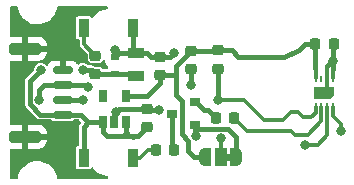
<source format=gbr>
%TF.GenerationSoftware,KiCad,Pcbnew,6.0.2+dfsg-1~bpo11+1*%
%TF.CreationDate,2022-03-18T19:48:37+00:00*%
%TF.ProjectId,TFHT01B,54464854-3031-4422-9e6b-696361645f70,rev?*%
%TF.SameCoordinates,Original*%
%TF.FileFunction,Copper,L2,Bot*%
%TF.FilePolarity,Positive*%
%FSLAX46Y46*%
G04 Gerber Fmt 4.6, Leading zero omitted, Abs format (unit mm)*
G04 Created by KiCad (PCBNEW 6.0.2+dfsg-1~bpo11+1) date 2022-03-18 19:48:37*
%MOMM*%
%LPD*%
G01*
G04 APERTURE LIST*
G04 Aperture macros list*
%AMRoundRect*
0 Rectangle with rounded corners*
0 $1 Rounding radius*
0 $2 $3 $4 $5 $6 $7 $8 $9 X,Y pos of 4 corners*
0 Add a 4 corners polygon primitive as box body*
4,1,4,$2,$3,$4,$5,$6,$7,$8,$9,$2,$3,0*
0 Add four circle primitives for the rounded corners*
1,1,$1+$1,$2,$3*
1,1,$1+$1,$4,$5*
1,1,$1+$1,$6,$7*
1,1,$1+$1,$8,$9*
0 Add four rect primitives between the rounded corners*
20,1,$1+$1,$2,$3,$4,$5,0*
20,1,$1+$1,$4,$5,$6,$7,0*
20,1,$1+$1,$6,$7,$8,$9,0*
20,1,$1+$1,$8,$9,$2,$3,0*%
%AMFreePoly0*
4,1,22,0.550000,-0.750000,0.000000,-0.750000,0.000000,-0.745033,-0.079941,-0.743568,-0.215256,-0.701293,-0.333266,-0.622738,-0.424486,-0.514219,-0.481581,-0.384460,-0.499164,-0.250000,-0.500000,-0.250000,-0.500000,0.250000,-0.499164,0.250000,-0.499963,0.256109,-0.478152,0.396186,-0.417904,0.524511,-0.324060,0.630769,-0.204165,0.706417,-0.067858,0.745374,0.000000,0.744959,0.000000,0.750000,
0.550000,0.750000,0.550000,-0.750000,0.550000,-0.750000,$1*%
%AMFreePoly1*
4,1,20,0.000000,0.744959,0.073905,0.744508,0.209726,0.703889,0.328688,0.626782,0.421226,0.519385,0.479903,0.390333,0.500000,0.250000,0.500000,-0.250000,0.499851,-0.262216,0.476331,-0.402017,0.414519,-0.529596,0.319384,-0.634700,0.198574,-0.708877,0.061801,-0.746166,0.000000,-0.745033,0.000000,-0.750000,-0.550000,-0.750000,-0.550000,0.750000,0.000000,0.750000,0.000000,0.744959,
0.000000,0.744959,$1*%
%AMFreePoly2*
4,1,6,0.500000,-0.850000,-0.200000,-0.850000,-0.500000,-0.550000,-0.500000,0.850000,0.500000,0.850000,0.500000,-0.850000,0.500000,-0.850000,$1*%
G04 Aperture macros list end*
%TA.AperFunction,SMDPad,CuDef*%
%ADD10FreePoly0,180.000000*%
%TD*%
%TA.AperFunction,SMDPad,CuDef*%
%ADD11R,1.000000X1.500000*%
%TD*%
%TA.AperFunction,SMDPad,CuDef*%
%ADD12FreePoly1,180.000000*%
%TD*%
%TA.AperFunction,SMDPad,CuDef*%
%ADD13R,0.950000X1.500000*%
%TD*%
%TA.AperFunction,SMDPad,CuDef*%
%ADD14RoundRect,0.218750X0.256250X-0.218750X0.256250X0.218750X-0.256250X0.218750X-0.256250X-0.218750X0*%
%TD*%
%TA.AperFunction,SMDPad,CuDef*%
%ADD15R,0.700000X0.600000*%
%TD*%
%TA.AperFunction,SMDPad,CuDef*%
%ADD16RoundRect,0.150000X0.700000X-0.150000X0.700000X0.150000X-0.700000X0.150000X-0.700000X-0.150000X0*%
%TD*%
%TA.AperFunction,SMDPad,CuDef*%
%ADD17RoundRect,0.250000X1.100000X-0.250000X1.100000X0.250000X-1.100000X0.250000X-1.100000X-0.250000X0*%
%TD*%
%TA.AperFunction,SMDPad,CuDef*%
%ADD18RoundRect,0.218750X0.218750X0.256250X-0.218750X0.256250X-0.218750X-0.256250X0.218750X-0.256250X0*%
%TD*%
%TA.AperFunction,SMDPad,CuDef*%
%ADD19R,0.250000X0.550000*%
%TD*%
%TA.AperFunction,SMDPad,CuDef*%
%ADD20FreePoly2,90.000000*%
%TD*%
%TA.AperFunction,SMDPad,CuDef*%
%ADD21RoundRect,0.218750X-0.218750X-0.256250X0.218750X-0.256250X0.218750X0.256250X-0.218750X0.256250X0*%
%TD*%
%TA.AperFunction,SMDPad,CuDef*%
%ADD22R,0.900000X0.800000*%
%TD*%
%TA.AperFunction,SMDPad,CuDef*%
%ADD23R,1.397000X0.889000*%
%TD*%
%TA.AperFunction,SMDPad,CuDef*%
%ADD24R,0.650000X1.060000*%
%TD*%
%TA.AperFunction,SMDPad,CuDef*%
%ADD25RoundRect,0.218750X-0.256250X0.218750X-0.256250X-0.218750X0.256250X-0.218750X0.256250X0.218750X0*%
%TD*%
%TA.AperFunction,ViaPad*%
%ADD26C,0.800000*%
%TD*%
%TA.AperFunction,Conductor*%
%ADD27C,0.400000*%
%TD*%
%TA.AperFunction,Conductor*%
%ADD28C,0.300000*%
%TD*%
%TA.AperFunction,Conductor*%
%ADD29C,0.250000*%
%TD*%
G04 APERTURE END LIST*
%TO.C,JP1*%
G36*
X18934000Y1732000D02*
G01*
X18434000Y1732000D01*
X18434000Y2332000D01*
X18934000Y2332000D01*
X18934000Y1732000D01*
G37*
%TD*%
D10*
%TO.P,JP1,1,A*%
%TO.N,GND*%
X19334000Y2032000D03*
D11*
%TO.P,JP1,2,C*%
%TO.N,Net-(JP1-Pad2)*%
X18034000Y2032000D03*
D12*
%TO.P,JP1,3,B*%
%TO.N,+3V3*%
X16734000Y2032000D03*
%TD*%
D13*
%TO.P,D2,1,K*%
%TO.N,GND*%
X10575000Y13000000D03*
%TO.P,D2,2,A*%
%TO.N,Net-(D2-Pad2)*%
X6425000Y13000000D03*
%TD*%
D14*
%TO.P,C4,1*%
%TO.N,+5V*%
X11811000Y4572000D03*
%TO.P,C4,2*%
%TO.N,GND*%
X11811000Y6147000D03*
%TD*%
D15*
%TO.P,D1,1,K*%
%TO.N,+5V*%
X9071000Y9075000D03*
%TO.P,D1,2,A*%
%TO.N,GND*%
X9071000Y10475000D03*
%TD*%
D13*
%TO.P,D3,1,K*%
%TO.N,Net-(D3-Pad1)*%
X10575000Y2000000D03*
%TO.P,D3,2,A*%
%TO.N,+5V*%
X6425000Y2000000D03*
%TD*%
D16*
%TO.P,J1,1*%
%TO.N,+5V*%
X4650000Y5625000D03*
%TO.P,J1,2*%
%TO.N,/SCL*%
X4650000Y6875000D03*
%TO.P,J1,3*%
%TO.N,/SDA*%
X4650000Y8125000D03*
%TO.P,J1,4*%
%TO.N,GND*%
X4650000Y9375000D03*
D17*
%TO.P,J1,MP*%
X1450000Y3775000D03*
X1450000Y11225000D03*
%TD*%
D18*
%TO.P,R2,1*%
%TO.N,/ALERT*%
X19177000Y5334000D03*
%TO.P,R2,2*%
%TO.N,Net-(Q1-Pad1)*%
X17602000Y5334000D03*
%TD*%
D19*
%TO.P,U1,1,SDA*%
%TO.N,/SDA*%
X27550000Y6325000D03*
%TO.P,U1,2,ADDR*%
%TO.N,Net-(JP1-Pad2)*%
X27050000Y6325000D03*
%TO.P,U1,3,ALERT*%
%TO.N,/ALERT*%
X26550000Y6325000D03*
%TO.P,U1,4,SCL*%
%TO.N,/SCL*%
X26050000Y6325000D03*
%TO.P,U1,5,VDD*%
%TO.N,+3V3*%
X26050000Y8675000D03*
%TO.P,U1,6,nRESET*%
%TO.N,unconnected-(U1-Pad6)*%
X26550000Y8675000D03*
%TO.P,U1,7,GND*%
%TO.N,GND*%
X27050000Y8675000D03*
%TO.P,U1,8,GND*%
X27550000Y8675000D03*
D20*
%TO.P,U1,9,GND*%
X26800000Y7500000D03*
%TD*%
D21*
%TO.P,C5,1*%
%TO.N,+3V3*%
X26008500Y11594000D03*
%TO.P,C5,2*%
%TO.N,GND*%
X27583500Y11594000D03*
%TD*%
%TO.P,R4,1*%
%TO.N,Net-(D3-Pad1)*%
X12522000Y2667000D03*
%TO.P,R4,2*%
%TO.N,Net-(Q1-Pad3)*%
X14097000Y2667000D03*
%TD*%
D14*
%TO.P,C1,1*%
%TO.N,+3V3*%
X12896000Y8962500D03*
%TO.P,C1,2*%
%TO.N,GND*%
X12896000Y10537500D03*
%TD*%
D22*
%TO.P,Q1,1,B*%
%TO.N,Net-(Q1-Pad1)*%
X15859000Y6665000D03*
%TO.P,Q1,2,E*%
%TO.N,GND*%
X15859000Y4765000D03*
%TO.P,Q1,3,C*%
%TO.N,Net-(Q1-Pad3)*%
X13859000Y5715000D03*
%TD*%
D23*
%TO.P,C3,1*%
%TO.N,+5V*%
X10821000Y8947500D03*
%TO.P,C3,2*%
%TO.N,GND*%
X10821000Y10852500D03*
%TD*%
D24*
%TO.P,U3,1,VIN*%
%TO.N,+5V*%
X9967000Y4996000D03*
%TO.P,U3,2,GND*%
%TO.N,GND*%
X9017000Y4996000D03*
%TO.P,U3,3,EN*%
%TO.N,+5V*%
X8067000Y4996000D03*
%TO.P,U3,4,NC*%
%TO.N,unconnected-(U3-Pad4)*%
X8067000Y7196000D03*
%TO.P,U3,5,VOUT*%
%TO.N,+3V3*%
X9967000Y7196000D03*
%TD*%
D25*
%TO.P,R3,1*%
%TO.N,+3V3*%
X17780000Y11074500D03*
%TO.P,R3,2*%
%TO.N,/SCL*%
X17780000Y9499500D03*
%TD*%
%TO.P,R10,1*%
%TO.N,+3V3*%
X15494000Y11049000D03*
%TO.P,R10,2*%
%TO.N,/SDA*%
X15494000Y9474000D03*
%TD*%
D14*
%TO.P,R1,1*%
%TO.N,+5V*%
X7421000Y9062500D03*
%TO.P,R1,2*%
%TO.N,Net-(D2-Pad2)*%
X7421000Y10637500D03*
%TD*%
D26*
%TO.N,GND*%
X14096000Y10875000D03*
X4191000Y4318000D03*
X1143000Y12827000D03*
X3937000Y12065000D03*
X2159000Y12827000D03*
X3175000Y12827000D03*
X1143000Y5461000D03*
X15971000Y3850000D03*
X12809498Y6000000D03*
X1143000Y2286000D03*
X1651000Y9779000D03*
X3429000Y2286000D03*
X4191000Y3175000D03*
X1016000Y8890000D03*
X2286000Y2286000D03*
X5080000Y10668000D03*
X1016000Y7747000D03*
X9046000Y11125000D03*
X27496000Y10144000D03*
X9121000Y5875000D03*
X1016000Y6604000D03*
X4064000Y10668000D03*
%TO.N,+5V*%
X2794000Y9398000D03*
X6350000Y9398000D03*
%TO.N,/SDA*%
X2667000Y6858000D03*
X6771000Y7950000D03*
X15494000Y8128000D03*
X28196000Y4244000D03*
%TO.N,/SCL*%
X6350000Y6858000D03*
X17780000Y6858000D03*
%TO.N,Net-(JP1-Pad2)*%
X25146000Y3094000D03*
X18034000Y3659980D03*
%TD*%
D27*
%TO.N,GND*%
X9071000Y10475000D02*
X9448500Y10852500D01*
X12809498Y6000000D02*
X11958000Y6000000D01*
X9121000Y5875000D02*
X9393000Y6147000D01*
X9448500Y10852500D02*
X10821000Y10852500D01*
X27496000Y10144000D02*
X27496000Y9494000D01*
X16164520Y4459480D02*
X18611520Y4459480D01*
X13758500Y10537500D02*
X12896000Y10537500D01*
X11958000Y6000000D02*
X11811000Y6147000D01*
D28*
X27050000Y8700000D02*
X27050000Y9740000D01*
X27583500Y11594000D02*
X27588500Y11594000D01*
D27*
X14096000Y10875000D02*
X13758500Y10537500D01*
X15859000Y3962000D02*
X15971000Y3850000D01*
X27446000Y10144000D02*
X27496000Y10144000D01*
X4627000Y9398000D02*
X4650000Y9375000D01*
X27608500Y11594000D02*
X27583500Y11594000D01*
X9017000Y5771000D02*
X9121000Y5875000D01*
X10575000Y11098500D02*
X10821000Y10852500D01*
X9071000Y11100000D02*
X9046000Y11125000D01*
X18611520Y4459480D02*
X19334000Y3737000D01*
X11768500Y10852500D02*
X12096000Y10525000D01*
X27496000Y10144000D02*
X27496000Y11506500D01*
D28*
X27550000Y8700000D02*
X27550000Y9440000D01*
X27046000Y7750000D02*
X26796000Y7500000D01*
D27*
X12096000Y10525000D02*
X12883500Y10525000D01*
X9393000Y6147000D02*
X11811000Y6147000D01*
X15859000Y4765000D02*
X15859000Y3962000D01*
X27496000Y11506500D02*
X27583500Y11594000D01*
X10575000Y13000000D02*
X10575000Y11098500D01*
D29*
X27050000Y9740000D02*
X27046000Y9744000D01*
D28*
X27046000Y8700000D02*
X27046000Y7750000D01*
D29*
X27550000Y9440000D02*
X27496000Y9494000D01*
D27*
X12883500Y10525000D02*
X12896000Y10537500D01*
X9017000Y4996000D02*
X9017000Y5771000D01*
X27696000Y11506500D02*
X27608500Y11594000D01*
X19334000Y3737000D02*
X19334000Y2032000D01*
X27046000Y9744000D02*
X27446000Y10144000D01*
X9071000Y10475000D02*
X9071000Y11100000D01*
X10821000Y10852500D02*
X11768500Y10852500D01*
D28*
X27588500Y11594000D02*
X27686000Y11496500D01*
D27*
X15859000Y4765000D02*
X16164520Y4459480D01*
D28*
%TO.N,Net-(D2-Pad2)*%
X6425000Y11633500D02*
X7421000Y10637500D01*
X6425000Y13000000D02*
X6425000Y11633500D01*
D27*
%TO.N,Net-(D3-Pad1)*%
X12522000Y2667000D02*
X12319000Y2667000D01*
D28*
X11888000Y2667000D02*
X12522000Y2667000D01*
X11221000Y2000000D02*
X11888000Y2667000D01*
X10575000Y2000000D02*
X11221000Y2000000D01*
%TO.N,+3V3*%
X26050000Y8700000D02*
X26050000Y9540000D01*
D27*
X9967000Y7196000D02*
X11767000Y7196000D01*
X24646000Y11094000D02*
X25146000Y11594000D01*
X17754500Y11049000D02*
X17780000Y11074500D01*
X12896000Y8962500D02*
X14108500Y8962500D01*
X14708511Y6754489D02*
X14196000Y7267000D01*
D29*
X26050000Y9540000D02*
X26046000Y9544000D01*
D27*
X14108500Y8962500D02*
X14196000Y9050000D01*
X18948300Y11074500D02*
X19507200Y10515600D01*
X25146000Y11594000D02*
X26008500Y11594000D01*
X12896000Y8325000D02*
X12896000Y8962500D01*
X15240000Y3429000D02*
X14708511Y3960489D01*
X15494000Y11049000D02*
X17754500Y11049000D01*
X14196000Y7267000D02*
X14196000Y9050000D01*
X26008500Y11594000D02*
X26008500Y9581500D01*
X9967000Y7196000D02*
X9967000Y7376000D01*
X14708511Y3960489D02*
X14708511Y6754489D01*
X19507200Y10515600D02*
X23417600Y10515600D01*
X23417600Y10515600D02*
X24646000Y11094000D01*
X14196000Y9751000D02*
X15494000Y11049000D01*
X14196000Y9050000D02*
X14196000Y9751000D01*
X17780000Y11074500D02*
X18948300Y11074500D01*
X26008500Y9581500D02*
X26046000Y9544000D01*
X16734000Y2032000D02*
X15748000Y2032000D01*
X11767000Y7196000D02*
X12896000Y8325000D01*
X15240000Y2540000D02*
X15240000Y3429000D01*
X15748000Y2032000D02*
X15240000Y2540000D01*
%TO.N,+5V*%
X9071000Y9075000D02*
X10693500Y9075000D01*
X1867489Y8471489D02*
X2794000Y9398000D01*
X9058500Y9062500D02*
X9071000Y9075000D01*
X9711000Y3810000D02*
X10287000Y3810000D01*
X8067000Y4996000D02*
X8067000Y4125000D01*
X9711000Y3810000D02*
X9967000Y4066000D01*
X8382000Y3810000D02*
X9711000Y3810000D01*
X6425000Y4606000D02*
X6815000Y4996000D01*
X4650000Y5625000D02*
X6186000Y5625000D01*
X7085500Y9398000D02*
X7421000Y9062500D01*
X10668000Y3810000D02*
X11049000Y3810000D01*
X6186000Y5625000D02*
X6815000Y4996000D01*
X10693500Y9075000D02*
X10821000Y8947500D01*
X7421000Y9062500D02*
X9058500Y9062500D01*
X8067000Y4125000D02*
X8382000Y3810000D01*
X10287000Y3810000D02*
X10668000Y3810000D01*
X4650000Y5625000D02*
X2757000Y5625000D01*
X9967000Y4257000D02*
X9967000Y4130000D01*
X6477000Y2052000D02*
X6425000Y2000000D01*
X10575000Y3717000D02*
X10668000Y3810000D01*
X6350000Y9398000D02*
X7085500Y9398000D01*
X2757000Y5625000D02*
X1867489Y6514511D01*
X9967000Y4066000D02*
X9967000Y4257000D01*
X9967000Y4130000D02*
X10287000Y3810000D01*
X9967000Y4257000D02*
X9967000Y4996000D01*
X11811000Y4572000D02*
X11049000Y3810000D01*
X6815000Y4996000D02*
X8067000Y4996000D01*
X6425000Y2000000D02*
X6425000Y4606000D01*
X1867489Y6514511D02*
X1867489Y8471489D01*
D28*
%TO.N,/SDA*%
X28196000Y4244000D02*
X28196000Y4844000D01*
X28196000Y4844000D02*
X27550000Y5490000D01*
D27*
X3045000Y8125000D02*
X4650000Y8125000D01*
D28*
X27550000Y5490000D02*
X27550000Y6300000D01*
D27*
X2667000Y7747000D02*
X3045000Y8125000D01*
X6596000Y8125000D02*
X6771000Y7950000D01*
X15494000Y9474000D02*
X15494000Y8128000D01*
X2667000Y6858000D02*
X2667000Y7747000D01*
X4650000Y8125000D02*
X6596000Y8125000D01*
%TO.N,/SCL*%
X6350000Y6858000D02*
X6333000Y6875000D01*
D28*
X24571000Y5819000D02*
X24996000Y5394000D01*
X26050000Y5798000D02*
X26050000Y6300000D01*
X23312200Y5160200D02*
X23971000Y5819000D01*
D27*
X17780000Y9499500D02*
X17780000Y6858000D01*
D28*
X19964400Y6858000D02*
X21662200Y5160200D01*
D27*
X6333000Y6875000D02*
X4650000Y6875000D01*
D28*
X24996000Y5394000D02*
X25646000Y5394000D01*
X17780000Y6858000D02*
X19964400Y6858000D01*
X23971000Y5819000D02*
X24571000Y5819000D01*
X21662200Y5160200D02*
X23312200Y5160200D01*
X25646000Y5394000D02*
X26050000Y5798000D01*
D27*
%TO.N,Net-(Q1-Pad1)*%
X15941000Y6665000D02*
X16573500Y6032500D01*
X17602000Y5334000D02*
X17602000Y5385000D01*
X16954500Y6032500D02*
X16573500Y6032500D01*
X15859000Y6665000D02*
X15941000Y6665000D01*
X17602000Y5385000D02*
X16954500Y6032500D01*
D28*
%TO.N,Net-(JP1-Pad2)*%
X27050000Y3919000D02*
X27050000Y5586351D01*
X27049022Y5587329D02*
X27049022Y5699022D01*
X27049022Y5699022D02*
X27050000Y5700000D01*
X26225000Y3094000D02*
X27050000Y3919000D01*
X27050000Y5700000D02*
X27050000Y6300000D01*
X18034000Y2032000D02*
X18034000Y3659980D01*
X25146000Y3094000D02*
X26225000Y3094000D01*
X27050000Y5586351D02*
X27049022Y5587329D01*
D27*
%TO.N,Net-(Q1-Pad3)*%
X13859000Y5715000D02*
X13859000Y2905000D01*
X13859000Y2905000D02*
X14097000Y2667000D01*
D28*
%TO.N,/ALERT*%
X19177000Y5334000D02*
X20243800Y4267200D01*
X20243800Y4267200D02*
X23972800Y4267200D01*
X26546978Y5588562D02*
X26549511Y5591096D01*
X26549511Y5910342D02*
X26550000Y5910831D01*
D27*
X19177000Y5207000D02*
X19177000Y5334000D01*
D28*
X23972800Y4267200D02*
X24296000Y3944000D01*
X25410787Y3944000D02*
X26546978Y5080191D01*
X26549511Y5591096D02*
X26549511Y5910342D01*
X24296000Y3944000D02*
X25410787Y3944000D01*
X26550000Y5910831D02*
X26550000Y6300000D01*
X26546978Y5080191D02*
X26546978Y5588562D01*
%TD*%
%TA.AperFunction,Conductor*%
%TO.N,GND*%
G36*
X793970Y14782187D02*
G01*
X819269Y14738414D01*
X848078Y14575858D01*
X848981Y14573198D01*
X848982Y14573194D01*
X914667Y14379694D01*
X931241Y14330867D01*
X932537Y14328373D01*
X932537Y14328372D01*
X1013190Y14173110D01*
X1050505Y14101275D01*
X1052158Y14099013D01*
X1052160Y14099009D01*
X1157596Y13954685D01*
X1203125Y13892364D01*
X1205104Y13890375D01*
X1331942Y13762871D01*
X1385589Y13708942D01*
X1593698Y13555230D01*
X1596192Y13553918D01*
X1820170Y13436077D01*
X1820177Y13436074D01*
X1822663Y13434766D01*
X2067215Y13350321D01*
X2069976Y13349817D01*
X2069979Y13349816D01*
X2174226Y13330777D01*
X2321726Y13303839D01*
X2324088Y13303715D01*
X2324090Y13303715D01*
X2403558Y13299550D01*
X2403572Y13299550D01*
X2404519Y13299500D01*
X2565782Y13299500D01*
X2637247Y13304936D01*
X2755182Y13313907D01*
X2755188Y13313908D01*
X2757976Y13314120D01*
X3010015Y13372539D01*
X3012622Y13373579D01*
X3012628Y13373581D01*
X3247710Y13467369D01*
X3247716Y13467372D01*
X3250318Y13468410D01*
X3252737Y13469832D01*
X3252741Y13469834D01*
X3470929Y13598101D01*
X3470933Y13598104D01*
X3473354Y13599527D01*
X3673991Y13762871D01*
X3847613Y13954685D01*
X3849163Y13957031D01*
X3849166Y13957035D01*
X3988667Y14168199D01*
X3988668Y14168200D01*
X3990222Y14170553D01*
X4023900Y14243605D01*
X4097364Y14402962D01*
X4097365Y14402964D01*
X4098538Y14405509D01*
X4140251Y14550500D01*
X4169292Y14651448D01*
X4170068Y14654145D01*
X4179270Y14725483D01*
X4180494Y14734968D01*
X4203750Y14779928D01*
X4253886Y14799500D01*
X8422978Y14799500D01*
X8470544Y14782187D01*
X8495854Y14738350D01*
X8496978Y14725483D01*
X8496954Y14623568D01*
X8479630Y14576005D01*
X8435787Y14550706D01*
X8428889Y14549823D01*
X8313899Y14540571D01*
X8251298Y14535534D01*
X8008994Y14476018D01*
X7894159Y14427274D01*
X7782067Y14379694D01*
X7782064Y14379693D01*
X7779323Y14378529D01*
X7568192Y14245573D01*
X7565960Y14243605D01*
X7401948Y14099009D01*
X7381035Y14080572D01*
X7379146Y14078272D01*
X7224553Y13890068D01*
X7224550Y13890063D01*
X7222666Y13887770D01*
X7201484Y13851375D01*
X7162596Y13818975D01*
X7111977Y13819151D01*
X7076001Y13847487D01*
X7048602Y13888491D01*
X7044552Y13894552D01*
X6978231Y13938867D01*
X6933705Y13947724D01*
X6923318Y13949790D01*
X6923317Y13949790D01*
X6919748Y13950500D01*
X5930252Y13950500D01*
X5926683Y13949790D01*
X5926682Y13949790D01*
X5916295Y13947724D01*
X5871769Y13938867D01*
X5805448Y13894552D01*
X5801398Y13888491D01*
X5774000Y13847487D01*
X5761133Y13828231D01*
X5749500Y13769748D01*
X5749500Y12230252D01*
X5761133Y12171769D01*
X5805448Y12105448D01*
X5811509Y12101398D01*
X5857200Y12070868D01*
X5871769Y12061133D01*
X5916295Y12052276D01*
X5926682Y12050210D01*
X5926683Y12050210D01*
X5930252Y12049500D01*
X6000500Y12049500D01*
X6048066Y12032187D01*
X6073376Y11988350D01*
X6074500Y11975500D01*
X6074500Y11678787D01*
X6072842Y11663212D01*
X6070049Y11650239D01*
X6070768Y11644164D01*
X6070768Y11644163D01*
X6073987Y11616967D01*
X6074500Y11608269D01*
X6074500Y11604385D01*
X6075002Y11601371D01*
X6075002Y11601367D01*
X6077593Y11585799D01*
X6078084Y11582349D01*
X6079121Y11573587D01*
X6083764Y11534362D01*
X6086411Y11528850D01*
X6086741Y11527713D01*
X6086925Y11526905D01*
X6087110Y11526320D01*
X6087418Y11525568D01*
X6087808Y11524429D01*
X6088812Y11518397D01*
X6091717Y11513014D01*
X6111766Y11475855D01*
X6113348Y11472749D01*
X6132255Y11433375D01*
X6132262Y11433365D01*
X6134274Y11429174D01*
X6137592Y11425226D01*
X6138545Y11424273D01*
X6141468Y11420810D01*
X6144222Y11415706D01*
X6148717Y11411551D01*
X6181377Y11381360D01*
X6183472Y11379346D01*
X6723826Y10838992D01*
X6745218Y10793116D01*
X6745500Y10786666D01*
X6745500Y10385754D01*
X6745955Y10382881D01*
X6760137Y10293335D01*
X6760138Y10293332D01*
X6761049Y10287580D01*
X6763695Y10282387D01*
X6818696Y10174441D01*
X6818698Y10174439D01*
X6821342Y10169249D01*
X6915249Y10075342D01*
X6920439Y10072698D01*
X6920441Y10072696D01*
X7024597Y10019626D01*
X7033580Y10015049D01*
X7039332Y10014138D01*
X7039335Y10014137D01*
X7128881Y9999955D01*
X7131754Y9999500D01*
X7710246Y9999500D01*
X7713119Y9999955D01*
X7802665Y10014137D01*
X7802668Y10014138D01*
X7808420Y10015049D01*
X7817403Y10019626D01*
X7921559Y10072696D01*
X7921561Y10072698D01*
X7926751Y10075342D01*
X8020658Y10169249D01*
X8023302Y10174439D01*
X8023304Y10174441D01*
X8073067Y10272107D01*
X8110087Y10306629D01*
X8160637Y10309279D01*
X8201063Y10278815D01*
X8213001Y10238512D01*
X8213001Y10128923D01*
X8213219Y10124909D01*
X8219247Y10069406D01*
X8221376Y10060450D01*
X8268977Y9933475D01*
X8273991Y9924317D01*
X8354931Y9816319D01*
X8362319Y9808931D01*
X8466149Y9731115D01*
X8493830Y9688735D01*
X8495770Y9671882D01*
X8495738Y9536982D01*
X8478414Y9489420D01*
X8434571Y9464121D01*
X8421738Y9463000D01*
X8100526Y9463000D01*
X8052960Y9480313D01*
X8034592Y9503404D01*
X8023302Y9525561D01*
X8020658Y9530751D01*
X7926751Y9624658D01*
X7921561Y9627302D01*
X7921559Y9627304D01*
X7813613Y9682305D01*
X7808420Y9684951D01*
X7802668Y9685862D01*
X7802665Y9685863D01*
X7713119Y9700045D01*
X7710246Y9700500D01*
X7380044Y9700500D01*
X7332478Y9717813D01*
X7328064Y9721857D01*
X7327958Y9721934D01*
X7323842Y9726050D01*
X7318653Y9728694D01*
X7300598Y9737894D01*
X7290698Y9743961D01*
X7274304Y9755872D01*
X7274299Y9755874D01*
X7269590Y9759296D01*
X7264052Y9761095D01*
X7264051Y9761096D01*
X7244778Y9767358D01*
X7234050Y9771802D01*
X7215997Y9781000D01*
X7210804Y9783646D01*
X7195044Y9786142D01*
X7185037Y9787727D01*
X7173746Y9790438D01*
X7154474Y9796700D01*
X7154471Y9796700D01*
X7148933Y9798500D01*
X6835821Y9798500D01*
X6788255Y9815813D01*
X6783497Y9820172D01*
X6781234Y9822434D01*
X6778282Y9826282D01*
X6702025Y9884796D01*
X6656689Y9919584D01*
X6656685Y9919586D01*
X6652841Y9922536D01*
X6506762Y9983044D01*
X6501960Y9983676D01*
X6501957Y9983677D01*
X6354808Y10003049D01*
X6350000Y10003682D01*
X6345192Y10003049D01*
X6198043Y9983677D01*
X6198040Y9983676D01*
X6193238Y9983044D01*
X6047159Y9922536D01*
X6043315Y9919586D01*
X6043311Y9919584D01*
X5997975Y9884796D01*
X5949699Y9869574D01*
X5902933Y9888946D01*
X5889232Y9905835D01*
X5876426Y9927489D01*
X5870762Y9934791D01*
X5759791Y10045762D01*
X5752489Y10051426D01*
X5617407Y10131313D01*
X5608932Y10134980D01*
X5457379Y10179011D01*
X5449985Y10180361D01*
X5417904Y10182886D01*
X5415004Y10183000D01*
X4917048Y10183000D01*
X4907052Y10179362D01*
X4904000Y10174075D01*
X4904000Y9195000D01*
X4886687Y9147434D01*
X4842850Y9122124D01*
X4830000Y9121000D01*
X4470000Y9121000D01*
X4422434Y9138313D01*
X4397124Y9182150D01*
X4396000Y9195000D01*
X4396000Y10169951D01*
X4392362Y10179947D01*
X4387075Y10182999D01*
X3884998Y10182999D01*
X3882093Y10182885D01*
X3850022Y10180362D01*
X3842616Y10179010D01*
X3691068Y10134980D01*
X3682593Y10131313D01*
X3547511Y10051426D01*
X3540209Y10045762D01*
X3429238Y9934791D01*
X3423574Y9927489D01*
X3357900Y9816439D01*
X3318785Y9784310D01*
X3268169Y9784839D01*
X3235498Y9809058D01*
X3222282Y9826282D01*
X3146025Y9884796D01*
X3100689Y9919584D01*
X3100685Y9919586D01*
X3096841Y9922536D01*
X2950762Y9983044D01*
X2945960Y9983676D01*
X2945957Y9983677D01*
X2798808Y10003049D01*
X2794000Y10003682D01*
X2789192Y10003049D01*
X2642043Y9983677D01*
X2642040Y9983676D01*
X2637238Y9983044D01*
X2491159Y9922536D01*
X2487315Y9919586D01*
X2487311Y9919584D01*
X2441975Y9884796D01*
X2365718Y9826282D01*
X2362763Y9822431D01*
X2272416Y9704689D01*
X2272414Y9704685D01*
X2269464Y9700841D01*
X2208956Y9554762D01*
X2208324Y9549960D01*
X2208323Y9549957D01*
X2197023Y9464121D01*
X2188318Y9398000D01*
X2188951Y9393192D01*
X2188951Y9389995D01*
X2171638Y9342429D01*
X2167277Y9337669D01*
X1562005Y8732398D01*
X1562002Y8732394D01*
X1539439Y8709831D01*
X1536795Y8704643D01*
X1536795Y8704642D01*
X1527595Y8686587D01*
X1521528Y8676687D01*
X1509617Y8660293D01*
X1509615Y8660288D01*
X1506193Y8655579D01*
X1504394Y8650041D01*
X1504393Y8650040D01*
X1498131Y8630767D01*
X1493687Y8620039D01*
X1491393Y8615536D01*
X1481843Y8596793D01*
X1480932Y8591040D01*
X1477762Y8571026D01*
X1475051Y8559735D01*
X1468789Y8540463D01*
X1466989Y8534922D01*
X1466989Y6451078D01*
X1468789Y6445540D01*
X1468789Y6445537D01*
X1475051Y6426265D01*
X1477762Y6414974D01*
X1481843Y6389207D01*
X1484489Y6384014D01*
X1493687Y6365961D01*
X1498131Y6355233D01*
X1506193Y6330421D01*
X1509615Y6325712D01*
X1509617Y6325707D01*
X1521528Y6309313D01*
X1527595Y6299413D01*
X1536795Y6281358D01*
X1539439Y6276169D01*
X1562002Y6253606D01*
X1562005Y6253602D01*
X2496091Y5319516D01*
X2496095Y5319513D01*
X2518658Y5296950D01*
X2541903Y5285106D01*
X2551801Y5279040D01*
X2572911Y5263703D01*
X2578448Y5261904D01*
X2597724Y5255641D01*
X2608453Y5251197D01*
X2631696Y5239354D01*
X2657466Y5235273D01*
X2668749Y5232564D01*
X2693567Y5224500D01*
X3674175Y5224500D01*
X3721741Y5207187D01*
X3726455Y5202872D01*
X3738948Y5190401D01*
X3743650Y5185707D01*
X3749147Y5183020D01*
X3842934Y5137176D01*
X3848482Y5134464D01*
X3916782Y5124500D01*
X5383218Y5124500D01*
X5389363Y5125405D01*
X5446423Y5133804D01*
X5446426Y5133805D01*
X5452112Y5134642D01*
X5457272Y5137175D01*
X5457274Y5137176D01*
X5503117Y5159684D01*
X5556855Y5186068D01*
X5561179Y5190400D01*
X5561181Y5190401D01*
X5573539Y5202780D01*
X5619396Y5224213D01*
X5625910Y5224500D01*
X5989455Y5224500D01*
X6037021Y5207187D01*
X6041781Y5202826D01*
X6196281Y5048326D01*
X6217673Y5002450D01*
X6204572Y4953555D01*
X6196281Y4943674D01*
X6119516Y4866909D01*
X6119513Y4866905D01*
X6096950Y4844342D01*
X6094306Y4839154D01*
X6094306Y4839153D01*
X6085106Y4821098D01*
X6079039Y4811198D01*
X6067128Y4794804D01*
X6067126Y4794799D01*
X6063704Y4790090D01*
X6061905Y4784552D01*
X6061904Y4784551D01*
X6055642Y4765278D01*
X6051198Y4754550D01*
X6042104Y4736701D01*
X6039354Y4731304D01*
X6038443Y4725551D01*
X6035273Y4705537D01*
X6032562Y4694246D01*
X6026300Y4674974D01*
X6024500Y4669433D01*
X6024500Y3024500D01*
X6007187Y2976934D01*
X5963350Y2951624D01*
X5950500Y2950500D01*
X5930252Y2950500D01*
X5926683Y2949790D01*
X5926682Y2949790D01*
X5916295Y2947724D01*
X5871769Y2938867D01*
X5865707Y2934816D01*
X5865706Y2934816D01*
X5811509Y2898602D01*
X5805448Y2894552D01*
X5801398Y2888491D01*
X5774000Y2847487D01*
X5761133Y2828231D01*
X5749500Y2769748D01*
X5749500Y1230252D01*
X5761133Y1171769D01*
X5805448Y1105448D01*
X5871769Y1061133D01*
X5916295Y1052276D01*
X5926682Y1050210D01*
X5926683Y1050210D01*
X5930252Y1049500D01*
X6919748Y1049500D01*
X6923317Y1050210D01*
X6923318Y1050210D01*
X6933705Y1052276D01*
X6978231Y1061133D01*
X7044552Y1105448D01*
X7077085Y1154137D01*
X7117905Y1184066D01*
X7168416Y1180755D01*
X7199816Y1154616D01*
X7272681Y1047399D01*
X7287706Y1025290D01*
X7289747Y1023132D01*
X7289750Y1023128D01*
X7387815Y919428D01*
X7459138Y844006D01*
X7657349Y692462D01*
X7659962Y691061D01*
X7659968Y691057D01*
X7787255Y622806D01*
X7877239Y574557D01*
X7880056Y573587D01*
X8110339Y494294D01*
X8110346Y494292D01*
X8113152Y493326D01*
X8359017Y450858D01*
X8361334Y450753D01*
X8361341Y450752D01*
X8378420Y449977D01*
X8388922Y449500D01*
X8419547Y449500D01*
X8467113Y432187D01*
X8492423Y388350D01*
X8493547Y375483D01*
X8493524Y274483D01*
X8476200Y226921D01*
X8432357Y201621D01*
X8419524Y200500D01*
X4253596Y200500D01*
X4206030Y217813D01*
X4180731Y261586D01*
X4165318Y348552D01*
X4151922Y424142D01*
X4143314Y449500D01*
X4069664Y666468D01*
X4069662Y666472D01*
X4068759Y669133D01*
X4024452Y754427D01*
X3950788Y896236D01*
X3950788Y896237D01*
X3949495Y898725D01*
X3934371Y919428D01*
X3798532Y1105368D01*
X3798531Y1105369D01*
X3796875Y1107636D01*
X3678451Y1226682D01*
X3616393Y1289066D01*
X3616390Y1289068D01*
X3614411Y1291058D01*
X3406302Y1444770D01*
X3359787Y1469242D01*
X3179830Y1563923D01*
X3179823Y1563926D01*
X3177337Y1565234D01*
X2932785Y1649679D01*
X2930024Y1650183D01*
X2930021Y1650184D01*
X2825774Y1669223D01*
X2678274Y1696161D01*
X2675912Y1696285D01*
X2675910Y1696285D01*
X2596442Y1700450D01*
X2596428Y1700450D01*
X2595481Y1700500D01*
X2434218Y1700500D01*
X2362753Y1695064D01*
X2244818Y1686093D01*
X2244812Y1686092D01*
X2242024Y1685880D01*
X1989985Y1627461D01*
X1987378Y1626421D01*
X1987372Y1626419D01*
X1752290Y1532631D01*
X1752284Y1532628D01*
X1749682Y1531590D01*
X1747263Y1530168D01*
X1747259Y1530166D01*
X1529071Y1401899D01*
X1529067Y1401896D01*
X1526646Y1400473D01*
X1326009Y1237129D01*
X1152387Y1045315D01*
X1150837Y1042969D01*
X1150834Y1042965D01*
X1069222Y919428D01*
X1009778Y829447D01*
X1008600Y826892D01*
X1008599Y826890D01*
X935872Y669133D01*
X901462Y594491D01*
X900688Y591800D01*
X900686Y591795D01*
X854769Y432187D01*
X829932Y345855D01*
X829573Y343070D01*
X819506Y265032D01*
X796250Y220072D01*
X746114Y200500D01*
X274500Y200500D01*
X226934Y217813D01*
X201624Y261650D01*
X200500Y274500D01*
X200500Y2695188D01*
X217813Y2742754D01*
X261650Y2768064D01*
X282043Y2768803D01*
X297760Y2767192D01*
X301529Y2767000D01*
X1182952Y2767000D01*
X1192948Y2770638D01*
X1196000Y2775925D01*
X1196000Y2780049D01*
X1704000Y2780049D01*
X1707638Y2770053D01*
X1712925Y2767001D01*
X2598454Y2767001D01*
X2602259Y2767198D01*
X2702034Y2777550D01*
X2709908Y2779251D01*
X2869650Y2832544D01*
X2877389Y2836169D01*
X3020377Y2924653D01*
X3027076Y2929964D01*
X3145868Y3048962D01*
X3151168Y3055672D01*
X3239403Y3198816D01*
X3243011Y3206555D01*
X3296031Y3366402D01*
X3297716Y3374263D01*
X3307807Y3472758D01*
X3308000Y3476529D01*
X3308000Y3507952D01*
X3304362Y3517948D01*
X3299075Y3521000D01*
X1717048Y3521000D01*
X1707052Y3517362D01*
X1704000Y3512075D01*
X1704000Y2780049D01*
X1196000Y2780049D01*
X1196000Y4042048D01*
X1704000Y4042048D01*
X1707638Y4032052D01*
X1712925Y4029000D01*
X3294951Y4029000D01*
X3304947Y4032638D01*
X3307999Y4037925D01*
X3307999Y4073454D01*
X3307802Y4077259D01*
X3297450Y4177034D01*
X3295749Y4184908D01*
X3242456Y4344650D01*
X3238831Y4352389D01*
X3150347Y4495377D01*
X3145036Y4502076D01*
X3026038Y4620868D01*
X3019328Y4626168D01*
X2876184Y4714403D01*
X2868445Y4718011D01*
X2708598Y4771031D01*
X2700737Y4772716D01*
X2602242Y4782807D01*
X2598471Y4783000D01*
X1717048Y4783000D01*
X1707052Y4779362D01*
X1704000Y4774075D01*
X1704000Y4042048D01*
X1196000Y4042048D01*
X1196000Y4769951D01*
X1192362Y4779947D01*
X1187075Y4782999D01*
X301546Y4782999D01*
X297744Y4782802D01*
X282138Y4781183D01*
X233039Y4793494D01*
X203340Y4834485D01*
X200500Y4854788D01*
X200500Y10145188D01*
X217813Y10192754D01*
X261650Y10218064D01*
X282043Y10218803D01*
X297760Y10217192D01*
X301529Y10217000D01*
X1182952Y10217000D01*
X1192948Y10220638D01*
X1196000Y10225925D01*
X1196000Y10230049D01*
X1704000Y10230049D01*
X1707638Y10220053D01*
X1712925Y10217001D01*
X2598454Y10217001D01*
X2602259Y10217198D01*
X2702034Y10227550D01*
X2709908Y10229251D01*
X2869650Y10282544D01*
X2877389Y10286169D01*
X3020377Y10374653D01*
X3027076Y10379964D01*
X3145868Y10498962D01*
X3151168Y10505672D01*
X3239403Y10648816D01*
X3243011Y10656555D01*
X3296031Y10816402D01*
X3297716Y10824263D01*
X3307807Y10922758D01*
X3308000Y10926529D01*
X3308000Y10957952D01*
X3304362Y10967948D01*
X3299075Y10971000D01*
X1717048Y10971000D01*
X1707052Y10967362D01*
X1704000Y10962075D01*
X1704000Y10230049D01*
X1196000Y10230049D01*
X1196000Y11492048D01*
X1704000Y11492048D01*
X1707638Y11482052D01*
X1712925Y11479000D01*
X3294951Y11479000D01*
X3304947Y11482638D01*
X3307999Y11487925D01*
X3307999Y11523454D01*
X3307802Y11527259D01*
X3297450Y11627034D01*
X3295749Y11634908D01*
X3242456Y11794650D01*
X3238831Y11802389D01*
X3150347Y11945377D01*
X3145036Y11952076D01*
X3026038Y12070868D01*
X3019328Y12076168D01*
X2876184Y12164403D01*
X2868445Y12168011D01*
X2708598Y12221031D01*
X2700737Y12222716D01*
X2602242Y12232807D01*
X2598471Y12233000D01*
X1717048Y12233000D01*
X1707052Y12229362D01*
X1704000Y12224075D01*
X1704000Y11492048D01*
X1196000Y11492048D01*
X1196000Y12219951D01*
X1192362Y12229947D01*
X1187075Y12232999D01*
X301546Y12232999D01*
X297744Y12232802D01*
X282138Y12231183D01*
X233039Y12243494D01*
X203340Y12284485D01*
X200500Y12304788D01*
X200500Y14725500D01*
X217813Y14773066D01*
X261650Y14798376D01*
X274500Y14799500D01*
X746404Y14799500D01*
X793970Y14782187D01*
G37*
%TD.AperFunction*%
%TD*%
M02*

</source>
